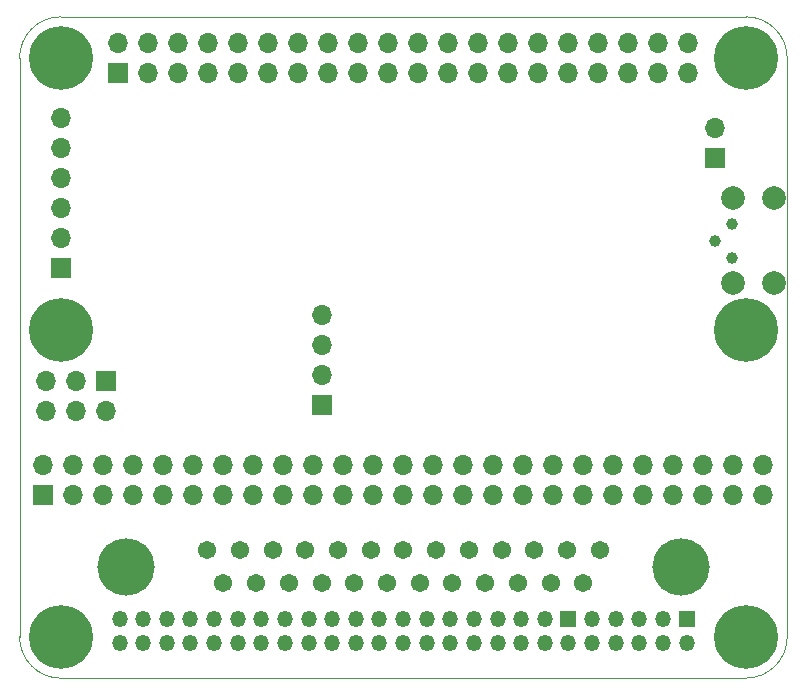
<source format=gbs>
G04 #@! TF.GenerationSoftware,KiCad,Pcbnew,(6.0.4)*
G04 #@! TF.CreationDate,2022-09-08T15:32:11-05:00*
G04 #@! TF.ProjectId,rascsi_2p6,72617363-7369-45f3-9270-362e6b696361,rev?*
G04 #@! TF.SameCoordinates,PX59d60c0PY325aa00*
G04 #@! TF.FileFunction,Soldermask,Bot*
G04 #@! TF.FilePolarity,Negative*
%FSLAX46Y46*%
G04 Gerber Fmt 4.6, Leading zero omitted, Abs format (unit mm)*
G04 Created by KiCad (PCBNEW (6.0.4)) date 2022-09-08 15:32:11*
%MOMM*%
%LPD*%
G01*
G04 APERTURE LIST*
G04 #@! TA.AperFunction,Profile*
%ADD10C,0.050000*%
G04 #@! TD*
%ADD11C,1.545000*%
%ADD12C,4.845000*%
%ADD13C,0.800000*%
%ADD14C,5.400000*%
%ADD15R,1.700000X1.700000*%
%ADD16O,1.700000X1.700000*%
%ADD17C,2.000000*%
%ADD18R,1.350000X1.350000*%
%ADD19O,1.350000X1.350000*%
%ADD20C,1.000000*%
G04 APERTURE END LIST*
D10*
X83800000Y10300000D02*
X141800000Y10300000D01*
X83800000Y-45696000D02*
X141800000Y-45696000D01*
X141800000Y-45696000D02*
G75*
G03*
X145300000Y-42196000I0J3500000D01*
G01*
X80300000Y6800000D02*
X80300000Y-42196000D01*
X145300000Y6800000D02*
G75*
G03*
X141800000Y10300000I-3500000J0D01*
G01*
X83800000Y10300000D02*
G75*
G03*
X80300000Y6800000I0J-3500000D01*
G01*
X80300000Y-42196000D02*
G75*
G03*
X83800000Y-45696000I3500000J0D01*
G01*
X145300000Y6800000D02*
X145300000Y-42196000D01*
D11*
X129421600Y-34830000D03*
X126651600Y-34830000D03*
X123881600Y-34830000D03*
X121111600Y-34830000D03*
X118341600Y-34830000D03*
X115571600Y-34830000D03*
X112801600Y-34830000D03*
X110031600Y-34830000D03*
X107261600Y-34830000D03*
X104491600Y-34830000D03*
X101721600Y-34830000D03*
X98951600Y-34830000D03*
X96181600Y-34830000D03*
X128036600Y-37670000D03*
X125266600Y-37670000D03*
X122496600Y-37670000D03*
X119726600Y-37670000D03*
X116956600Y-37670000D03*
X114186600Y-37670000D03*
X111416600Y-37670000D03*
X108646600Y-37670000D03*
X105876600Y-37670000D03*
X103106600Y-37670000D03*
X100336600Y-37670000D03*
X97566600Y-37670000D03*
D12*
X136321600Y-36250000D03*
X89281600Y-36250000D03*
D13*
X85825000Y6800000D03*
X82368109Y5368109D03*
X83800000Y8825000D03*
D14*
X83800000Y6800000D03*
D13*
X83800000Y4775000D03*
X85231891Y5368109D03*
X81775000Y6800000D03*
X85231891Y8231891D03*
X82368109Y8231891D03*
X83800000Y-18225000D03*
X81775000Y-16200000D03*
X85231891Y-17631891D03*
X82368109Y-14768109D03*
X85231891Y-14768109D03*
D14*
X83800000Y-16200000D03*
D13*
X85825000Y-16200000D03*
X82368109Y-17631891D03*
X83800000Y-14175000D03*
X85231891Y-40768109D03*
X83800000Y-44225000D03*
X82368109Y-40768109D03*
X81775000Y-42200000D03*
X85231891Y-43631891D03*
X83800000Y-40175000D03*
X82368109Y-43631891D03*
X85825000Y-42200000D03*
D14*
X83800000Y-42200000D03*
D15*
X83810000Y-10980000D03*
D16*
X83810000Y-8440000D03*
X83810000Y-5900000D03*
X83810000Y-3360000D03*
X83810000Y-820000D03*
X83810000Y1720000D03*
D13*
X141800000Y-18225000D03*
X140368109Y-17631891D03*
D14*
X141800000Y-16200000D03*
D13*
X143825000Y-16200000D03*
X141800000Y-14175000D03*
X143231891Y-17631891D03*
X143231891Y-14768109D03*
X139775000Y-16200000D03*
X140368109Y-14768109D03*
X141800000Y-40175000D03*
X143825000Y-42200000D03*
X140368109Y-43631891D03*
D14*
X141800000Y-42200000D03*
D13*
X141800000Y-44225000D03*
X140368109Y-40768109D03*
X143231891Y-40768109D03*
X143231891Y-43631891D03*
X139775000Y-42200000D03*
X143825000Y6800000D03*
X143231891Y5368109D03*
X141800000Y8825000D03*
X140368109Y5368109D03*
D14*
X141800000Y6800000D03*
D13*
X140368109Y8231891D03*
X141800000Y4775000D03*
X143231891Y8231891D03*
X139775000Y6800000D03*
D17*
X144155000Y-12235000D03*
X144155000Y-5085000D03*
X140705000Y-5085000D03*
X140705000Y-12235000D03*
D15*
X82266500Y-30194500D03*
D16*
X82266500Y-27654500D03*
X84806500Y-30194500D03*
X84806500Y-27654500D03*
X87346500Y-30194500D03*
X87346500Y-27654500D03*
X89886500Y-30194500D03*
X89886500Y-27654500D03*
X92426500Y-30194500D03*
X92426500Y-27654500D03*
X94966500Y-30194500D03*
X94966500Y-27654500D03*
X97506500Y-30194500D03*
X97506500Y-27654500D03*
X100046500Y-30194500D03*
X100046500Y-27654500D03*
X102586500Y-30194500D03*
X102586500Y-27654500D03*
X105126500Y-30194500D03*
X105126500Y-27654500D03*
X107666500Y-30194500D03*
X107666500Y-27654500D03*
X110206500Y-30194500D03*
X110206500Y-27654500D03*
X112746500Y-30194500D03*
X112746500Y-27654500D03*
X115286500Y-30194500D03*
X115286500Y-27654500D03*
X117826500Y-30194500D03*
X117826500Y-27654500D03*
X120366500Y-30194500D03*
X120366500Y-27654500D03*
X122906500Y-30194500D03*
X122906500Y-27654500D03*
X125446500Y-30194500D03*
X125446500Y-27654500D03*
X127986500Y-30194500D03*
X127986500Y-27654500D03*
X130526500Y-30194500D03*
X130526500Y-27654500D03*
X133066500Y-30194500D03*
X133066500Y-27654500D03*
X135606500Y-30194500D03*
X135606500Y-27654500D03*
X138146500Y-30194500D03*
X138146500Y-27654500D03*
X140686500Y-30194500D03*
X140686500Y-27654500D03*
X143226500Y-30194500D03*
X143226500Y-27654500D03*
D18*
X136772000Y-40688000D03*
D19*
X136772000Y-42688000D03*
X134772000Y-40688000D03*
X134772000Y-42688000D03*
X132772000Y-40688000D03*
X132772000Y-42688000D03*
X130772000Y-40688000D03*
X130772000Y-42688000D03*
X128772000Y-40688000D03*
X128772000Y-42688000D03*
D18*
X126772000Y-40688000D03*
D19*
X126772000Y-42688000D03*
X124772000Y-40688000D03*
X124772000Y-42688000D03*
X122772000Y-40688000D03*
X122772000Y-42688000D03*
X120772000Y-40688000D03*
X120772000Y-42688000D03*
X118772000Y-40688000D03*
X118772000Y-42688000D03*
X116772000Y-40688000D03*
X116772000Y-42688000D03*
X114772000Y-40688000D03*
X114772000Y-42688000D03*
X112772000Y-40688000D03*
X112772000Y-42688000D03*
X110772000Y-40688000D03*
X110772000Y-42688000D03*
X108772000Y-40688000D03*
X108772000Y-42688000D03*
X106772000Y-40688000D03*
X106772000Y-42688000D03*
X104772000Y-40688000D03*
X104772000Y-42688000D03*
X102772000Y-40688000D03*
X102772000Y-42688000D03*
X100772000Y-40688000D03*
X100772000Y-42688000D03*
X98772000Y-40688000D03*
X98772000Y-42688000D03*
X96772000Y-40688000D03*
X96772000Y-42688000D03*
X94772000Y-40688000D03*
X94772000Y-42688000D03*
X92772000Y-40688000D03*
X92772000Y-42688000D03*
X90772000Y-40688000D03*
X90772000Y-42688000D03*
X88772000Y-40688000D03*
X88772000Y-42688000D03*
D15*
X87610000Y-20500000D03*
D16*
X87610000Y-23040000D03*
X85070000Y-20500000D03*
X85070000Y-23040000D03*
X82530000Y-20500000D03*
X82530000Y-23040000D03*
D15*
X105870000Y-22580000D03*
D16*
X105870000Y-20040000D03*
X105870000Y-17500000D03*
X105870000Y-14960000D03*
D15*
X88670000Y5530000D03*
D16*
X88670000Y8070000D03*
X91210000Y5530000D03*
X91210000Y8070000D03*
X93750000Y5530000D03*
X93750000Y8070000D03*
X96290000Y5530000D03*
X96290000Y8070000D03*
X98830000Y5530000D03*
X98830000Y8070000D03*
X101370000Y5530000D03*
X101370000Y8070000D03*
X103910000Y5530000D03*
X103910000Y8070000D03*
X106450000Y5530000D03*
X106450000Y8070000D03*
X108990000Y5530000D03*
X108990000Y8070000D03*
X111530000Y5530000D03*
X111530000Y8070000D03*
X114070000Y5530000D03*
X114070000Y8070000D03*
X116610000Y5530000D03*
X116610000Y8070000D03*
X119150000Y5530000D03*
X119150000Y8070000D03*
X121690000Y5530000D03*
X121690000Y8070000D03*
X124230000Y5530000D03*
X124230000Y8070000D03*
X126770000Y5530000D03*
X126770000Y8070000D03*
X129310000Y5530000D03*
X129310000Y8070000D03*
X131850000Y5530000D03*
X131850000Y8070000D03*
X134390000Y5530000D03*
X134390000Y8070000D03*
X136930000Y5530000D03*
X136930000Y8070000D03*
D15*
X139226000Y-1683000D03*
D16*
X139226000Y857000D03*
D20*
X139150000Y-8680000D03*
X140650000Y-10110000D03*
X140650000Y-7250000D03*
M02*

</source>
